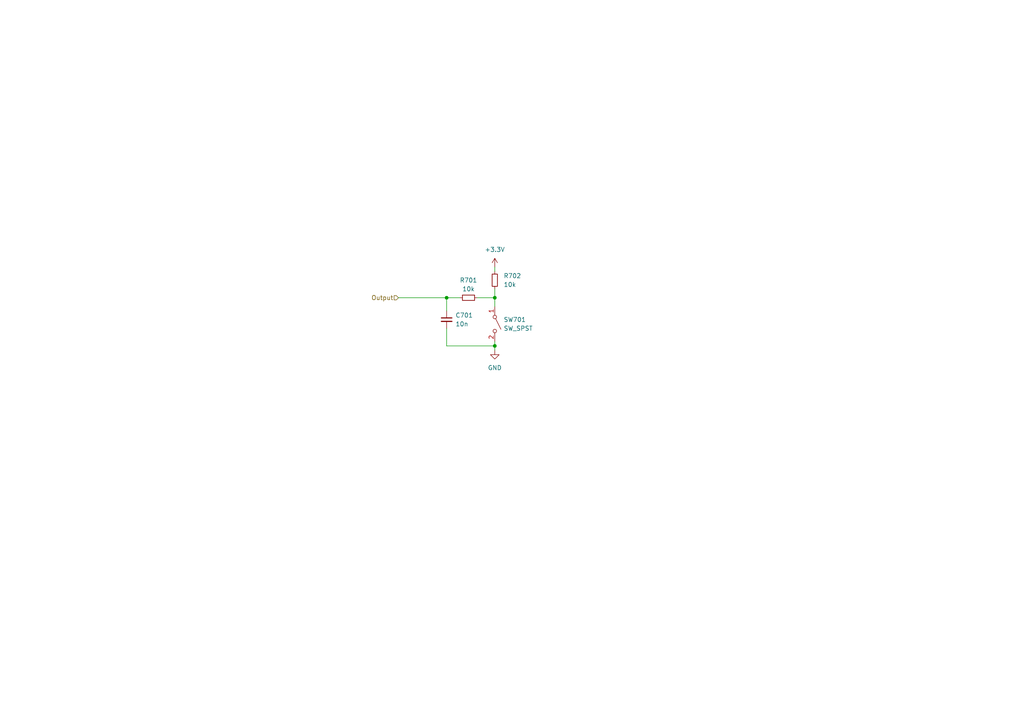
<source format=kicad_sch>
(kicad_sch (version 20231120) (generator "eeschema") (generator_version "8.0")
  (paper "A4")
  (lib_symbols
    (symbol "Device:C_Small" (pin_numbers hide) (pin_names (offset 0.254) hide)
      (property "Reference" "C" (at 0.254 1.778 0))
      (property "Value" "C_Small" (at 0.254 -2.032 0))
      (symbol "C_Small_0_1"
        (polyline (pts (xy -1.524 -0.508) (xy 1.524 -0.508)) (stroke (width 0.3302)))
        (polyline (pts (xy -1.524 0.508) (xy 1.524 0.508)) (stroke (width 0.3048)))
      )
      (symbol "C_Small_1_1"
        (pin passive line (at 0 2.54 270) (length 2.032) (name "~") (number "1"))
        (pin passive line (at 0 -2.54 90) (length 2.032) (name "~") (number "2"))
      )
    )
    (symbol "Device:R_Small" (pin_numbers hide) (pin_names (offset 0.254) hide)
      (property "Reference" "R" (at 0.762 0.508 0))
      (property "Value" "R_Small" (at 0.762 -1.016 0))
      (symbol "R_Small_0_1"
        (rectangle (start -0.762 1.778) (end 0.762 -1.778) (stroke (width 0.2032)))
      )
      (symbol "R_Small_1_1"
        (pin passive line (at 0 2.54 270) (length 0.762) (name "~") (number "1"))
        (pin passive line (at 0 -2.54 90) (length 0.762) (name "~") (number "2"))
      )
    )
    (symbol "Switch:SW_SPST" (pin_names (offset 0) hide)
      (property "Reference" "SW" (at 0 3.175 0))
      (property "Value" "SW_SPST" (at 0 -2.54 0))
      (symbol "SW_SPST_0_0"
        (circle (center -2.032 0) (radius 0.508))
        (polyline (pts (xy -1.524 0.254) (xy 1.524 1.778)))
        (circle (center 2.032 0) (radius 0.508))
      )
      (symbol "SW_SPST_1_1"
        (pin passive line (at -5.08 0 0) (length 2.54) (name "A") (number "1"))
        (pin passive line (at 5.08 0 180) (length 2.54) (name "B") (number "2"))
      )
    )
    (symbol "power:+3.3V" (power) (pin_numbers hide) (pin_names (offset 0) hide)
      (property "Value" "+3.3V" (at 0 3.556 0))
      (symbol "+3.3V_0_1"
        (polyline (pts (xy -0.762 1.27) (xy 0 2.54)))
        (polyline (pts (xy 0 0) (xy 0 2.54)))
        (polyline (pts (xy 0 2.54) (xy 0.762 1.27)))
      )
      (symbol "+3.3V_1_1"
        (pin power_in line (at 0 0 90) (length 0) (name "~") (number "1"))
      )
    )
    (symbol "power:GND" (power) (pin_names (offset 0))
      (property "Value" "GND" (at 0 -3.81 0))
      (symbol "GND_0_1"
        (polyline (pts (xy 0 0) (xy 0 -1.27) (xy 1.27 -1.27) (xy 0 -2.54) (xy -1.27 -1.27) (xy 0 -1.27)))
      )
      (symbol "GND_1_1"
        (pin power_in line (at 0 0 270) (length 0) hide (name "GND") (number "1"))
      )
    )
  )
  (junction (at 129.54 86.36))
  (junction (at 143.51 86.36))
  (junction (at 143.51 100.33))
  (wire (pts (xy 129.54 86.36) (xy 133.35 86.36)))
  (wire (pts (xy 143.51 83.82) (xy 143.51 86.36)))
  (wire (pts (xy 143.51 100.33) (xy 143.51 101.6)))
  (wire (pts (xy 143.51 99.06) (xy 143.51 100.33)))
  (wire (pts (xy 143.51 77.47) (xy 143.51 78.74)))
  (wire (pts (xy 129.54 100.33) (xy 143.51 100.33)))
  (wire (pts (xy 143.51 86.36) (xy 143.51 88.9)))
  (wire (pts (xy 129.54 95.25) (xy 129.54 100.33)))
  (wire (pts (xy 115.57 86.36) (xy 129.54 86.36)))
  (wire (pts (xy 138.43 86.36) (xy 143.51 86.36)))
  (wire (pts (xy 129.54 86.36) (xy 129.54 90.17)))
  (hierarchical_label "Output" (shape input) (at 115.57 86.36 180))
  (symbol (lib_id "power:+3.3V") (at 143.51 77.47 0) (unit 1)
    (property "Reference" "#PWR0701" (effects (hide yes)))
    (property "Value" "+3.3V" (at 143.51 72.39 0))
    (property "Description" "Power symbol creates a global label with name \"+3.3V\"" (effects (hide yes)))
    (instances (project "ProjetCorps" (path "" (reference "#PWR0701") (unit 1)) (path "" (reference "#PWR0401") (unit 1)) (path "" (reference "#PWR0601") (unit 1)) (path "" (reference "#PWR0301") (unit 1)) (path "" (reference "#PWR0201") (unit 1)) (path "" (reference "#PWR0801") (unit 1)) (path "" (reference "#PWR0501") (unit 1))))
  )
  (symbol (lib_id "Device:C_Small") (at 129.54 92.71 0) (unit 1)
    (property "Reference" "C701" (at 132.08 91.4463 0) (effects (justify left)))
    (property "Value" "10n" (at 132.08 93.9863 0) (effects (justify left)))
    (property "Footprint" "Capacitor_SMD:C_0402_1005Metric" (effects (hide yes)))
    (instances (project "ProjetCorps" (path "" (reference "C701") (unit 1)) (path "" (reference "C401") (unit 1)) (path "" (reference "C601") (unit 1)) (path "" (reference "C301") (unit 1)) (path "" (reference "C201") (unit 1)) (path "" (reference "C801") (unit 1)) (path "" (reference "C501") (unit 1))))
  )
  (symbol (lib_id "Device:R_Small") (at 143.51 81.28 0) (unit 1)
    (property "Reference" "R702" (at 146.05 80.0099 0) (effects (justify left)))
    (property "Value" "10k" (at 146.05 82.5499 0) (effects (justify left)))
    (property "Footprint" "Resistor_SMD:R_0402_1005Metric" (effects (hide yes)))
    (instances (project "ProjetCorps" (path "" (reference "R702") (unit 1)) (path "" (reference "R402") (unit 1)) (path "" (reference "R602") (unit 1)) (path "" (reference "R302") (unit 1)) (path "" (reference "R202") (unit 1)) (path "" (reference "R802") (unit 1)) (path "" (reference "R502") (unit 1))))
  )
  (symbol (lib_id "Switch:SW_SPST") (at 143.51 93.98 270) (unit 1)
    (property "Reference" "SW701" (at 146.05 92.7099 90) (effects (justify left)))
    (property "Value" "SW_SPST" (at 146.05 95.2499 90) (effects (justify left)))
    (property "Footprint" "Button_Switch_SMD:SW_Push_1P1T_NO_6x6mm_H9.5mm" (effects (hide yes)))
    (property "Description" "Single Pole Single Throw (SPST) switch" (effects (hide yes)))
    (instances (project "ProjetCorps" (path "" (reference "SW701") (unit 1)) (path "" (reference "SW401") (unit 1)) (path "" (reference "SW601") (unit 1)) (path "" (reference "SW301") (unit 1)) (path "" (reference "SW201") (unit 1)) (path "" (reference "SW801") (unit 1)) (path "" (reference "SW501") (unit 1))))
  )
  (symbol (lib_id "Device:R_Small") (at 135.89 86.36 270) (unit 1)
    (property "Reference" "R701" (at 135.89 81.28 90))
    (property "Value" "10k" (at 135.89 83.82 90))
    (property "Footprint" "Resistor_SMD:R_0402_1005Metric" (effects (hide yes)))
    (instances (project "ProjetCorps" (path "" (reference "R701") (unit 1)) (path "" (reference "R401") (unit 1)) (path "" (reference "R601") (unit 1)) (path "" (reference "R301") (unit 1)) (path "" (reference "R201") (unit 1)) (path "" (reference "R801") (unit 1)) (path "" (reference "R501") (unit 1))))
  )
  (symbol (lib_id "power:GND") (at 143.51 101.6 0) (unit 1)
    (property "Reference" "#PWR0702" (effects (hide yes)))
    (property "Value" "GND" (at 143.51 106.68 0))
    (instances (project "ProjetCorps" (path "" (reference "#PWR0702") (unit 1)) (path "" (reference "#PWR0402") (unit 1)) (path "" (reference "#PWR0602") (unit 1)) (path "" (reference "#PWR0302") (unit 1)) (path "" (reference "#PWR0202") (unit 1)) (path "" (reference "#PWR0802") (unit 1)) (path "" (reference "#PWR0502") (unit 1))))
  )
)
</source>
